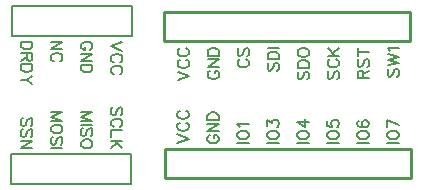
<source format=gto>
G04 Layer: TopSilkscreenLayer*
G04 EasyEDA v6.5.5, 2022-06-09 14:01:39*
G04 0642bc9331b94787885f2cc059754cc5,5a628b76fac64d3cb101ae6d552a3bac,10*
G04 Gerber Generator version 0.2*
G04 Scale: 100 percent, Rotated: No, Reflected: No *
G04 Dimensions in millimeters *
G04 leading zeros omitted , absolute positions ,4 integer and 5 decimal *
%FSLAX45Y45*%
%MOMM*%

%ADD10C,0.2540*%
%ADD16C,0.2007*%
%ADD17C,0.1524*%

%LPD*%
D17*
X2198115Y8199498D02*
G01*
X2101088Y8162668D01*
X2198115Y8125584D02*
G01*
X2101088Y8162668D01*
X2175002Y8025762D02*
G01*
X2184145Y8030588D01*
X2193290Y8039732D01*
X2198115Y8048876D01*
X2198115Y8067418D01*
X2193290Y8076562D01*
X2184145Y8085960D01*
X2175002Y8090532D01*
X2161031Y8095104D01*
X2137918Y8095104D01*
X2124202Y8090532D01*
X2114804Y8085960D01*
X2105659Y8076562D01*
X2101088Y8067418D01*
X2101088Y8048876D01*
X2105659Y8039732D01*
X2114804Y8030588D01*
X2124202Y8025762D01*
X2175002Y7926194D02*
G01*
X2184145Y7930766D01*
X2193290Y7939910D01*
X2198115Y7949308D01*
X2198115Y7967596D01*
X2193290Y7976994D01*
X2184145Y7986138D01*
X2175002Y7990710D01*
X2161031Y7995282D01*
X2137918Y7995282D01*
X2124202Y7990710D01*
X2114804Y7986138D01*
X2105659Y7976994D01*
X2101088Y7967596D01*
X2101088Y7949308D01*
X2105659Y7939910D01*
X2114804Y7930766D01*
X2124202Y7926194D01*
X1921002Y8130156D02*
G01*
X1930145Y8134728D01*
X1939290Y8144126D01*
X1944115Y8153270D01*
X1944115Y8171812D01*
X1939290Y8180956D01*
X1930145Y8190354D01*
X1921002Y8194926D01*
X1907031Y8199498D01*
X1883918Y8199498D01*
X1870202Y8194926D01*
X1860804Y8190354D01*
X1851660Y8180956D01*
X1847087Y8171812D01*
X1847087Y8153270D01*
X1851660Y8144126D01*
X1860804Y8134728D01*
X1870202Y8130156D01*
X1883918Y8130156D01*
X1883918Y8153270D02*
G01*
X1883918Y8130156D01*
X1944115Y8099676D02*
G01*
X1847087Y8099676D01*
X1944115Y8099676D02*
G01*
X1847087Y8035160D01*
X1944115Y8035160D02*
G01*
X1847087Y8035160D01*
X1944115Y8004680D02*
G01*
X1847087Y8004680D01*
X1944115Y8004680D02*
G01*
X1944115Y7972168D01*
X1939290Y7958452D01*
X1930145Y7949308D01*
X1921002Y7944482D01*
X1907031Y7939910D01*
X1883918Y7939910D01*
X1870202Y7944482D01*
X1860804Y7949308D01*
X1851660Y7958452D01*
X1847087Y7972168D01*
X1847087Y8004680D01*
X1690115Y8199498D02*
G01*
X1593087Y8199498D01*
X1690115Y8199498D02*
G01*
X1593087Y8134728D01*
X1690115Y8134728D02*
G01*
X1593087Y8134728D01*
X1667002Y8035160D02*
G01*
X1676145Y8039732D01*
X1685289Y8048876D01*
X1690115Y8058274D01*
X1690115Y8076562D01*
X1685289Y8085960D01*
X1676145Y8095104D01*
X1667002Y8099676D01*
X1653031Y8104248D01*
X1629918Y8104248D01*
X1616202Y8099676D01*
X1606804Y8095104D01*
X1597660Y8085960D01*
X1593087Y8076562D01*
X1593087Y8058274D01*
X1597660Y8048876D01*
X1606804Y8039732D01*
X1616202Y8035160D01*
X1436115Y8199498D02*
G01*
X1339087Y8199498D01*
X1436115Y8199498D02*
G01*
X1436115Y8167240D01*
X1431289Y8153270D01*
X1422145Y8144126D01*
X1413002Y8139554D01*
X1399031Y8134728D01*
X1375918Y8134728D01*
X1362202Y8139554D01*
X1352804Y8144126D01*
X1343660Y8153270D01*
X1339087Y8167240D01*
X1339087Y8199498D01*
X1436115Y8104248D02*
G01*
X1339087Y8104248D01*
X1436115Y8104248D02*
G01*
X1436115Y8062846D01*
X1431289Y8048876D01*
X1426718Y8044304D01*
X1417573Y8039732D01*
X1408429Y8039732D01*
X1399031Y8044304D01*
X1394460Y8048876D01*
X1389887Y8062846D01*
X1389887Y8104248D01*
X1389887Y8071990D02*
G01*
X1339087Y8039732D01*
X1436115Y8009252D02*
G01*
X1339087Y8009252D01*
X1436115Y8009252D02*
G01*
X1436115Y7976994D01*
X1431289Y7963024D01*
X1422145Y7953880D01*
X1413002Y7949308D01*
X1399031Y7944482D01*
X1375918Y7944482D01*
X1362202Y7949308D01*
X1352804Y7953880D01*
X1343660Y7963024D01*
X1339087Y7976994D01*
X1339087Y8009252D01*
X1436115Y7914002D02*
G01*
X1389887Y7877172D01*
X1339087Y7877172D01*
X1436115Y7840088D02*
G01*
X1389887Y7877172D01*
X1422095Y7488887D02*
G01*
X1431493Y7498031D01*
X1436065Y7512001D01*
X1436065Y7530543D01*
X1431493Y7544259D01*
X1422095Y7553657D01*
X1412951Y7553657D01*
X1403807Y7548831D01*
X1398981Y7544259D01*
X1394409Y7535115D01*
X1385265Y7507429D01*
X1380693Y7498031D01*
X1375867Y7493459D01*
X1366723Y7488887D01*
X1353007Y7488887D01*
X1343609Y7498031D01*
X1339037Y7512001D01*
X1339037Y7530543D01*
X1343609Y7544259D01*
X1353007Y7553657D01*
X1422095Y7393891D02*
G01*
X1431493Y7403035D01*
X1436065Y7416751D01*
X1436065Y7435293D01*
X1431493Y7449263D01*
X1422095Y7458407D01*
X1412951Y7458407D01*
X1403807Y7453835D01*
X1398981Y7449263D01*
X1394409Y7439865D01*
X1385265Y7412179D01*
X1380693Y7403035D01*
X1375867Y7398463D01*
X1366723Y7393891D01*
X1353007Y7393891D01*
X1343609Y7403035D01*
X1339037Y7416751D01*
X1339037Y7435293D01*
X1343609Y7449263D01*
X1353007Y7458407D01*
X1436065Y7363411D02*
G01*
X1339037Y7363411D01*
X1436065Y7363411D02*
G01*
X1339037Y7298641D01*
X1436065Y7298641D02*
G01*
X1339037Y7298641D01*
X1690065Y7602679D02*
G01*
X1593037Y7602679D01*
X1690065Y7602679D02*
G01*
X1593037Y7565595D01*
X1690065Y7528765D02*
G01*
X1593037Y7565595D01*
X1690065Y7528765D02*
G01*
X1593037Y7528765D01*
X1690065Y7470599D02*
G01*
X1685493Y7479743D01*
X1676095Y7488887D01*
X1666951Y7493713D01*
X1652981Y7498285D01*
X1629867Y7498285D01*
X1616151Y7493713D01*
X1607007Y7488887D01*
X1597609Y7479743D01*
X1593037Y7470599D01*
X1593037Y7452057D01*
X1597609Y7442913D01*
X1607007Y7433515D01*
X1616151Y7428943D01*
X1629867Y7424371D01*
X1652981Y7424371D01*
X1666951Y7428943D01*
X1676095Y7433515D01*
X1685493Y7442913D01*
X1690065Y7452057D01*
X1690065Y7470599D01*
X1676095Y7329121D02*
G01*
X1685493Y7338519D01*
X1690065Y7352235D01*
X1690065Y7370777D01*
X1685493Y7384493D01*
X1676095Y7393891D01*
X1666951Y7393891D01*
X1657807Y7389319D01*
X1652981Y7384493D01*
X1648409Y7375349D01*
X1639265Y7347663D01*
X1634693Y7338519D01*
X1629867Y7333693D01*
X1620723Y7329121D01*
X1607007Y7329121D01*
X1597609Y7338519D01*
X1593037Y7352235D01*
X1593037Y7370777D01*
X1597609Y7384493D01*
X1607007Y7393891D01*
X1690065Y7298641D02*
G01*
X1593037Y7298641D01*
X1944065Y7602679D02*
G01*
X1847037Y7602679D01*
X1944065Y7602679D02*
G01*
X1847037Y7565595D01*
X1944065Y7528765D02*
G01*
X1847037Y7565595D01*
X1944065Y7528765D02*
G01*
X1847037Y7528765D01*
X1944065Y7498285D02*
G01*
X1847037Y7498285D01*
X1930095Y7403035D02*
G01*
X1939493Y7412433D01*
X1944065Y7426149D01*
X1944065Y7444691D01*
X1939493Y7458407D01*
X1930095Y7467805D01*
X1920951Y7467805D01*
X1911807Y7463233D01*
X1906981Y7458407D01*
X1902409Y7449263D01*
X1893265Y7421577D01*
X1888693Y7412433D01*
X1883867Y7407607D01*
X1874723Y7403035D01*
X1861007Y7403035D01*
X1851609Y7412433D01*
X1847037Y7426149D01*
X1847037Y7444691D01*
X1851609Y7458407D01*
X1861007Y7467805D01*
X1944065Y7344869D02*
G01*
X1939493Y7354013D01*
X1930095Y7363411D01*
X1920951Y7367983D01*
X1906981Y7372555D01*
X1883867Y7372555D01*
X1870151Y7367983D01*
X1861007Y7363411D01*
X1851609Y7354013D01*
X1847037Y7344869D01*
X1847037Y7326327D01*
X1851609Y7317183D01*
X1861007Y7308039D01*
X1870151Y7303213D01*
X1883867Y7298641D01*
X1906981Y7298641D01*
X1920951Y7303213D01*
X1930095Y7308039D01*
X1939493Y7317183D01*
X1944065Y7326327D01*
X1944065Y7344869D01*
X2184095Y7579314D02*
G01*
X2193493Y7588458D01*
X2198065Y7602428D01*
X2198065Y7620970D01*
X2193493Y7634686D01*
X2184095Y7644084D01*
X2174951Y7644084D01*
X2165807Y7639258D01*
X2160981Y7634686D01*
X2156409Y7625542D01*
X2147265Y7597856D01*
X2142693Y7588458D01*
X2137867Y7583886D01*
X2128723Y7579314D01*
X2115007Y7579314D01*
X2105609Y7588458D01*
X2101037Y7602428D01*
X2101037Y7620970D01*
X2105609Y7634686D01*
X2115007Y7644084D01*
X2174951Y7479492D02*
G01*
X2184095Y7484318D01*
X2193493Y7493462D01*
X2198065Y7502606D01*
X2198065Y7521148D01*
X2193493Y7530292D01*
X2184095Y7539690D01*
X2174951Y7544262D01*
X2160981Y7548834D01*
X2137867Y7548834D01*
X2124151Y7544262D01*
X2115007Y7539690D01*
X2105609Y7530292D01*
X2101037Y7521148D01*
X2101037Y7502606D01*
X2105609Y7493462D01*
X2115007Y7484318D01*
X2124151Y7479492D01*
X2198065Y7449012D02*
G01*
X2101037Y7449012D01*
X2101037Y7449012D02*
G01*
X2101037Y7393640D01*
X2198065Y7363160D02*
G01*
X2101037Y7363160D01*
X2198065Y7298644D02*
G01*
X2133295Y7363160D01*
X2156409Y7340046D02*
G01*
X2101037Y7298644D01*
X2665984Y7872984D02*
G01*
X2763011Y7909813D01*
X2665984Y7946897D02*
G01*
X2763011Y7909813D01*
X2689097Y8046720D02*
G01*
X2679954Y8041894D01*
X2670809Y8032750D01*
X2665984Y8023605D01*
X2665984Y8005063D01*
X2670809Y7995920D01*
X2679954Y7986521D01*
X2689097Y7981950D01*
X2703068Y7977378D01*
X2726181Y7977378D01*
X2739897Y7981950D01*
X2749295Y7986521D01*
X2758440Y7995920D01*
X2763011Y8005063D01*
X2763011Y8023605D01*
X2758440Y8032750D01*
X2749295Y8041894D01*
X2739897Y8046720D01*
X2689097Y8146287D02*
G01*
X2679954Y8141715D01*
X2670809Y8132571D01*
X2665984Y8123173D01*
X2665984Y8104886D01*
X2670809Y8095487D01*
X2679954Y8086344D01*
X2689097Y8081771D01*
X2703068Y8077200D01*
X2726181Y8077200D01*
X2739897Y8081771D01*
X2749295Y8086344D01*
X2758440Y8095487D01*
X2763011Y8104886D01*
X2763011Y8123173D01*
X2758440Y8132571D01*
X2749295Y8141715D01*
X2739897Y8146287D01*
X2943097Y7956039D02*
G01*
X2933954Y7951467D01*
X2924809Y7942069D01*
X2919984Y7932925D01*
X2919984Y7914383D01*
X2924809Y7905239D01*
X2933954Y7895841D01*
X2943097Y7891269D01*
X2957068Y7886697D01*
X2980181Y7886697D01*
X2993897Y7891269D01*
X3003295Y7895841D01*
X3012440Y7905239D01*
X3017011Y7914383D01*
X3017011Y7932925D01*
X3012440Y7942069D01*
X3003295Y7951467D01*
X2993897Y7956039D01*
X2980181Y7956039D01*
X2980181Y7932925D02*
G01*
X2980181Y7956039D01*
X2919984Y7986519D02*
G01*
X3017011Y7986519D01*
X2919984Y7986519D02*
G01*
X3017011Y8051035D01*
X2919984Y8051035D02*
G01*
X3017011Y8051035D01*
X2919984Y8081515D02*
G01*
X3017011Y8081515D01*
X2919984Y8081515D02*
G01*
X2919984Y8114027D01*
X2924809Y8127743D01*
X2933954Y8136887D01*
X2943097Y8141713D01*
X2957068Y8146285D01*
X2980181Y8146285D01*
X2993897Y8141713D01*
X3003295Y8136887D01*
X3012440Y8127743D01*
X3017011Y8114027D01*
X3017011Y8081515D01*
X3197097Y8051289D02*
G01*
X3187954Y8046717D01*
X3178809Y8037319D01*
X3173984Y8028175D01*
X3173984Y8009633D01*
X3178809Y8000489D01*
X3187954Y7991091D01*
X3197097Y7986519D01*
X3211068Y7981947D01*
X3234181Y7981947D01*
X3247897Y7986519D01*
X3257295Y7991091D01*
X3266440Y8000489D01*
X3271011Y8009633D01*
X3271011Y8028175D01*
X3266440Y8037319D01*
X3257295Y8046717D01*
X3247897Y8051289D01*
X3187954Y8146285D02*
G01*
X3178809Y8137141D01*
X3173984Y8123171D01*
X3173984Y8104883D01*
X3178809Y8090913D01*
X3187954Y8081769D01*
X3197097Y8081769D01*
X3206495Y8086341D01*
X3211068Y8090913D01*
X3215640Y8100057D01*
X3224784Y8127997D01*
X3229609Y8137141D01*
X3234181Y8141713D01*
X3243325Y8146285D01*
X3257295Y8146285D01*
X3266440Y8137141D01*
X3271011Y8123171D01*
X3271011Y8104883D01*
X3266440Y8090913D01*
X3257295Y8081769D01*
X3441954Y8020812D02*
G01*
X3432809Y8011413D01*
X3427984Y7997697D01*
X3427984Y7979155D01*
X3432809Y7965186D01*
X3441954Y7956042D01*
X3451097Y7956042D01*
X3460495Y7960613D01*
X3465068Y7965186D01*
X3469640Y7974584D01*
X3478784Y8002270D01*
X3483609Y8011413D01*
X3488181Y8015986D01*
X3497325Y8020812D01*
X3511295Y8020812D01*
X3520440Y8011413D01*
X3525011Y7997697D01*
X3525011Y7979155D01*
X3520440Y7965186D01*
X3511295Y7956042D01*
X3427984Y8051292D02*
G01*
X3525011Y8051292D01*
X3427984Y8051292D02*
G01*
X3427984Y8083550D01*
X3432809Y8097265D01*
X3441954Y8106663D01*
X3451097Y8111236D01*
X3465068Y8115808D01*
X3488181Y8115808D01*
X3501897Y8111236D01*
X3511295Y8106663D01*
X3520440Y8097265D01*
X3525011Y8083550D01*
X3525011Y8051292D01*
X3427984Y8146287D02*
G01*
X3525011Y8146287D01*
X3425697Y7341870D02*
G01*
X3522725Y7341870D01*
X3425697Y7400036D02*
G01*
X3430270Y7390892D01*
X3439668Y7381494D01*
X3448811Y7376921D01*
X3462527Y7372350D01*
X3485641Y7372350D01*
X3499611Y7376921D01*
X3508756Y7381494D01*
X3518154Y7390892D01*
X3522725Y7400036D01*
X3522725Y7418578D01*
X3518154Y7427721D01*
X3508756Y7437120D01*
X3499611Y7441692D01*
X3485641Y7446263D01*
X3462527Y7446263D01*
X3448811Y7441692D01*
X3439668Y7437120D01*
X3430270Y7427721D01*
X3425697Y7418578D01*
X3425697Y7400036D01*
X3425697Y7485887D02*
G01*
X3425697Y7536687D01*
X3462527Y7509002D01*
X3462527Y7522971D01*
X3467354Y7532115D01*
X3471925Y7536687D01*
X3485641Y7541513D01*
X3495040Y7541513D01*
X3508756Y7536687D01*
X3518154Y7527544D01*
X3522725Y7513573D01*
X3522725Y7499858D01*
X3518154Y7485887D01*
X3513327Y7481315D01*
X3504184Y7476744D01*
X3171697Y7341870D02*
G01*
X3268725Y7341870D01*
X3171697Y7400036D02*
G01*
X3176270Y7390892D01*
X3185668Y7381494D01*
X3194811Y7376921D01*
X3208527Y7372350D01*
X3231641Y7372350D01*
X3245611Y7376921D01*
X3254756Y7381494D01*
X3264154Y7390892D01*
X3268725Y7400036D01*
X3268725Y7418578D01*
X3264154Y7427721D01*
X3254756Y7437120D01*
X3245611Y7441692D01*
X3231641Y7446263D01*
X3208527Y7446263D01*
X3194811Y7441692D01*
X3185668Y7437120D01*
X3176270Y7427721D01*
X3171697Y7418578D01*
X3171697Y7400036D01*
X3190240Y7476744D02*
G01*
X3185668Y7485887D01*
X3171697Y7499858D01*
X3268725Y7499858D01*
X2940710Y7411237D02*
G01*
X2931566Y7406665D01*
X2922422Y7397267D01*
X2917596Y7388123D01*
X2917596Y7369581D01*
X2922422Y7360437D01*
X2931566Y7351039D01*
X2940710Y7346467D01*
X2954680Y7341895D01*
X2977794Y7341895D01*
X2991510Y7346467D01*
X3000908Y7351039D01*
X3010052Y7360437D01*
X3014624Y7369581D01*
X3014624Y7388123D01*
X3010052Y7397267D01*
X3000908Y7406665D01*
X2991510Y7411237D01*
X2977794Y7411237D01*
X2977794Y7388123D02*
G01*
X2977794Y7411237D01*
X2917596Y7441717D02*
G01*
X3014624Y7441717D01*
X2917596Y7441717D02*
G01*
X3014624Y7506233D01*
X2917596Y7506233D02*
G01*
X3014624Y7506233D01*
X2917596Y7536713D02*
G01*
X3014624Y7536713D01*
X2917596Y7536713D02*
G01*
X2917596Y7569225D01*
X2922422Y7582941D01*
X2931566Y7592085D01*
X2940710Y7596911D01*
X2954680Y7601483D01*
X2977794Y7601483D01*
X2991510Y7596911D01*
X3000908Y7592085D01*
X3010052Y7582941D01*
X3014624Y7569225D01*
X3014624Y7536713D01*
X2663596Y7341895D02*
G01*
X2760624Y7378725D01*
X2663596Y7415809D02*
G01*
X2760624Y7378725D01*
X2686710Y7515631D02*
G01*
X2677566Y7510805D01*
X2668422Y7501661D01*
X2663596Y7492517D01*
X2663596Y7473975D01*
X2668422Y7464831D01*
X2677566Y7455433D01*
X2686710Y7450861D01*
X2700680Y7446289D01*
X2723794Y7446289D01*
X2737510Y7450861D01*
X2746908Y7455433D01*
X2756052Y7464831D01*
X2760624Y7473975D01*
X2760624Y7492517D01*
X2756052Y7501661D01*
X2746908Y7510805D01*
X2737510Y7515631D01*
X2686710Y7615199D02*
G01*
X2677566Y7610627D01*
X2668422Y7601483D01*
X2663596Y7592085D01*
X2663596Y7573797D01*
X2668422Y7564399D01*
X2677566Y7555255D01*
X2686710Y7550683D01*
X2700680Y7546111D01*
X2723794Y7546111D01*
X2737510Y7550683D01*
X2746908Y7555255D01*
X2756052Y7564399D01*
X2760624Y7573797D01*
X2760624Y7592085D01*
X2756052Y7601483D01*
X2746908Y7610627D01*
X2737510Y7615199D01*
X3933697Y7341870D02*
G01*
X4030725Y7341870D01*
X3933697Y7400036D02*
G01*
X3938270Y7390892D01*
X3947668Y7381494D01*
X3956811Y7376921D01*
X3970527Y7372350D01*
X3993641Y7372350D01*
X4007611Y7376921D01*
X4016756Y7381494D01*
X4026154Y7390892D01*
X4030725Y7400036D01*
X4030725Y7418578D01*
X4026154Y7427721D01*
X4016756Y7437120D01*
X4007611Y7441692D01*
X3993641Y7446263D01*
X3970527Y7446263D01*
X3956811Y7441692D01*
X3947668Y7437120D01*
X3938270Y7427721D01*
X3933697Y7418578D01*
X3933697Y7400036D01*
X3933697Y7532115D02*
G01*
X3933697Y7485887D01*
X3975354Y7481315D01*
X3970527Y7485887D01*
X3965956Y7499858D01*
X3965956Y7513573D01*
X3970527Y7527544D01*
X3979925Y7536687D01*
X3993641Y7541513D01*
X4003040Y7541513D01*
X4016756Y7536687D01*
X4026154Y7527544D01*
X4030725Y7513573D01*
X4030725Y7499858D01*
X4026154Y7485887D01*
X4021327Y7481315D01*
X4012184Y7476744D01*
X3679697Y7341870D02*
G01*
X3776725Y7341870D01*
X3679697Y7400036D02*
G01*
X3684270Y7390892D01*
X3693668Y7381494D01*
X3702811Y7376921D01*
X3716527Y7372350D01*
X3739641Y7372350D01*
X3753611Y7376921D01*
X3762756Y7381494D01*
X3772154Y7390892D01*
X3776725Y7400036D01*
X3776725Y7418578D01*
X3772154Y7427721D01*
X3762756Y7437120D01*
X3753611Y7441692D01*
X3739641Y7446263D01*
X3716527Y7446263D01*
X3702811Y7441692D01*
X3693668Y7437120D01*
X3684270Y7427721D01*
X3679697Y7418578D01*
X3679697Y7400036D01*
X3679697Y7522971D02*
G01*
X3744468Y7476744D01*
X3744468Y7546086D01*
X3679697Y7522971D02*
G01*
X3776725Y7522971D01*
X4441697Y7341870D02*
G01*
X4538725Y7341870D01*
X4441697Y7400036D02*
G01*
X4446270Y7390892D01*
X4455668Y7381494D01*
X4464811Y7376921D01*
X4478527Y7372350D01*
X4501641Y7372350D01*
X4515611Y7376921D01*
X4524756Y7381494D01*
X4534154Y7390892D01*
X4538725Y7400036D01*
X4538725Y7418578D01*
X4534154Y7427721D01*
X4524756Y7437120D01*
X4515611Y7441692D01*
X4501641Y7446263D01*
X4478527Y7446263D01*
X4464811Y7441692D01*
X4455668Y7437120D01*
X4446270Y7427721D01*
X4441697Y7418578D01*
X4441697Y7400036D01*
X4441697Y7541513D02*
G01*
X4538725Y7495286D01*
X4441697Y7476744D02*
G01*
X4441697Y7541513D01*
X4187697Y7341870D02*
G01*
X4284725Y7341870D01*
X4187697Y7400036D02*
G01*
X4192270Y7390892D01*
X4201668Y7381494D01*
X4210811Y7376921D01*
X4224527Y7372350D01*
X4247641Y7372350D01*
X4261611Y7376921D01*
X4270756Y7381494D01*
X4280154Y7390892D01*
X4284725Y7400036D01*
X4284725Y7418578D01*
X4280154Y7427721D01*
X4270756Y7437120D01*
X4261611Y7441692D01*
X4247641Y7446263D01*
X4224527Y7446263D01*
X4210811Y7441692D01*
X4201668Y7437120D01*
X4192270Y7427721D01*
X4187697Y7418578D01*
X4187697Y7400036D01*
X4201668Y7532115D02*
G01*
X4192270Y7527544D01*
X4187697Y7513573D01*
X4187697Y7504429D01*
X4192270Y7490713D01*
X4206240Y7481315D01*
X4229354Y7476744D01*
X4252468Y7476744D01*
X4270756Y7481315D01*
X4280154Y7490713D01*
X4284725Y7504429D01*
X4284725Y7509002D01*
X4280154Y7522971D01*
X4270756Y7532115D01*
X4257040Y7536687D01*
X4252468Y7536687D01*
X4238497Y7532115D01*
X4229354Y7522971D01*
X4224527Y7509002D01*
X4224527Y7504429D01*
X4229354Y7490713D01*
X4238497Y7481315D01*
X4252468Y7476744D01*
X3949954Y7951470D02*
G01*
X3940809Y7942071D01*
X3935984Y7928355D01*
X3935984Y7909813D01*
X3940809Y7895844D01*
X3949954Y7886700D01*
X3959097Y7886700D01*
X3968495Y7891271D01*
X3973068Y7895844D01*
X3977640Y7905242D01*
X3986784Y7932928D01*
X3991609Y7942071D01*
X3996181Y7946644D01*
X4005325Y7951470D01*
X4019295Y7951470D01*
X4028440Y7942071D01*
X4033011Y7928355D01*
X4033011Y7909813D01*
X4028440Y7895844D01*
X4019295Y7886700D01*
X3959097Y8051037D02*
G01*
X3949954Y8046465D01*
X3940809Y8037321D01*
X3935984Y8027923D01*
X3935984Y8009636D01*
X3940809Y8000237D01*
X3949954Y7991094D01*
X3959097Y7986521D01*
X3973068Y7981950D01*
X3996181Y7981950D01*
X4009897Y7986521D01*
X4019295Y7991094D01*
X4028440Y8000237D01*
X4033011Y8009636D01*
X4033011Y8027923D01*
X4028440Y8037321D01*
X4019295Y8046465D01*
X4009897Y8051037D01*
X3935984Y8081518D02*
G01*
X4033011Y8081518D01*
X3935984Y8146287D02*
G01*
X4000754Y8081518D01*
X3977640Y8104631D02*
G01*
X4033011Y8146287D01*
X3695954Y7946897D02*
G01*
X3686809Y7937500D01*
X3681984Y7923784D01*
X3681984Y7905242D01*
X3686809Y7891271D01*
X3695954Y7882128D01*
X3705097Y7882128D01*
X3714495Y7886700D01*
X3719068Y7891271D01*
X3723640Y7900670D01*
X3732784Y7928355D01*
X3737609Y7937500D01*
X3742181Y7942071D01*
X3751325Y7946897D01*
X3765295Y7946897D01*
X3774440Y7937500D01*
X3779011Y7923784D01*
X3779011Y7905242D01*
X3774440Y7891271D01*
X3765295Y7882128D01*
X3681984Y7977378D02*
G01*
X3779011Y7977378D01*
X3681984Y7977378D02*
G01*
X3681984Y8009636D01*
X3686809Y8023352D01*
X3695954Y8032750D01*
X3705097Y8037321D01*
X3719068Y8041894D01*
X3742181Y8041894D01*
X3755897Y8037321D01*
X3765295Y8032750D01*
X3774440Y8023352D01*
X3779011Y8009636D01*
X3779011Y7977378D01*
X3681984Y8100060D02*
G01*
X3686809Y8090915D01*
X3695954Y8081518D01*
X3705097Y8076945D01*
X3719068Y8072373D01*
X3742181Y8072373D01*
X3755897Y8076945D01*
X3765295Y8081518D01*
X3774440Y8090915D01*
X3779011Y8100060D01*
X3779011Y8118602D01*
X3774440Y8127745D01*
X3765295Y8137144D01*
X3755897Y8141715D01*
X3742181Y8146287D01*
X3719068Y8146287D01*
X3705097Y8141715D01*
X3695954Y8137144D01*
X3686809Y8127745D01*
X3681984Y8118602D01*
X3681984Y8100060D01*
X4457954Y7970012D02*
G01*
X4448809Y7960613D01*
X4443984Y7946897D01*
X4443984Y7928355D01*
X4448809Y7914386D01*
X4457954Y7905242D01*
X4467097Y7905242D01*
X4476495Y7909813D01*
X4481068Y7914386D01*
X4485640Y7923784D01*
X4494784Y7951470D01*
X4499609Y7960613D01*
X4504181Y7965186D01*
X4513325Y7970012D01*
X4527295Y7970012D01*
X4536440Y7960613D01*
X4541011Y7946897D01*
X4541011Y7928355D01*
X4536440Y7914386D01*
X4527295Y7905242D01*
X4443984Y8000492D02*
G01*
X4541011Y8023352D01*
X4443984Y8046465D02*
G01*
X4541011Y8023352D01*
X4443984Y8046465D02*
G01*
X4541011Y8069579D01*
X4443984Y8092694D02*
G01*
X4541011Y8069579D01*
X4462525Y8123173D02*
G01*
X4457954Y8132571D01*
X4443984Y8146287D01*
X4541011Y8146287D01*
X4189984Y7891269D02*
G01*
X4287011Y7891269D01*
X4189984Y7891269D02*
G01*
X4189984Y7932925D01*
X4194809Y7946641D01*
X4199381Y7951213D01*
X4208525Y7956039D01*
X4217670Y7956039D01*
X4227068Y7951213D01*
X4231640Y7946641D01*
X4236211Y7932925D01*
X4236211Y7891269D01*
X4236211Y7923527D02*
G01*
X4287011Y7956039D01*
X4203954Y8051035D02*
G01*
X4194809Y8041891D01*
X4189984Y8027921D01*
X4189984Y8009379D01*
X4194809Y7995663D01*
X4203954Y7986519D01*
X4213097Y7986519D01*
X4222495Y7991091D01*
X4227068Y7995663D01*
X4231640Y8004807D01*
X4240784Y8032493D01*
X4245609Y8041891D01*
X4250181Y8046463D01*
X4259325Y8051035D01*
X4273295Y8051035D01*
X4282440Y8041891D01*
X4287011Y8027921D01*
X4287011Y8009379D01*
X4282440Y7995663D01*
X4273295Y7986519D01*
X4189984Y8113773D02*
G01*
X4287011Y8113773D01*
X4189984Y8081515D02*
G01*
X4189984Y8146285D01*
D16*
X2280605Y8502599D02*
G01*
X2280605Y8248599D01*
X2280605Y8248599D02*
G01*
X1264605Y8248599D01*
X2280605Y8502599D02*
G01*
X1264605Y8502599D01*
X1264605Y8502599D02*
G01*
X1264605Y8248599D01*
X1257302Y6992998D02*
G01*
X1257302Y7246998D01*
X1257302Y7246998D02*
G01*
X2273302Y7246998D01*
X1257302Y6992998D02*
G01*
X2273302Y6992998D01*
X2273302Y6992998D02*
G01*
X2273302Y7246998D01*
D10*
X2556101Y7287798D02*
G01*
X4638093Y7287798D01*
X4638093Y7287798D02*
G01*
X4638093Y7043806D01*
X4638093Y7043806D02*
G01*
X2556101Y7043806D01*
X2556101Y7043806D02*
G01*
X2556101Y7287798D01*
X4635096Y8207801D02*
G01*
X2553103Y8207801D01*
X2553103Y8207801D02*
G01*
X2553103Y8451794D01*
X2553103Y8451794D02*
G01*
X4635096Y8451794D01*
X4635096Y8451794D02*
G01*
X4635096Y8207801D01*
M02*

</source>
